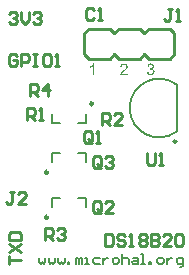
<source format=gto>
G04 Layer_Color=15132400*
%FSLAX25Y25*%
%MOIN*%
G70*
G01*
G75*
%ADD23C,0.00984*%
%ADD24C,0.00787*%
%ADD25C,0.01000*%
%ADD26C,0.00800*%
G36*
X48409Y66000D02*
X47940D01*
Y68999D01*
X47934Y68993D01*
X47911Y68970D01*
X47870Y68941D01*
X47818Y68900D01*
X47754Y68848D01*
X47673Y68796D01*
X47586Y68732D01*
X47487Y68674D01*
X47481D01*
X47476Y68668D01*
X47441Y68645D01*
X47389Y68616D01*
X47325Y68581D01*
X47249Y68540D01*
X47168Y68506D01*
X47081Y68465D01*
X47000Y68430D01*
Y68888D01*
X47006D01*
X47017Y68894D01*
X47041Y68906D01*
X47064Y68923D01*
X47099Y68941D01*
X47139Y68964D01*
X47232Y69016D01*
X47336Y69080D01*
X47452Y69155D01*
X47568Y69242D01*
X47684Y69335D01*
X47690Y69341D01*
X47696Y69347D01*
X47731Y69381D01*
X47783Y69434D01*
X47847Y69497D01*
X47916Y69579D01*
X47986Y69666D01*
X48050Y69758D01*
X48102Y69851D01*
X48409D01*
Y66000D01*
D02*
G37*
G36*
X58433Y69845D02*
X58479Y69840D01*
X58531Y69834D01*
X58589Y69828D01*
X58659Y69811D01*
X58798Y69776D01*
X58943Y69724D01*
X59013Y69689D01*
X59082Y69648D01*
X59152Y69596D01*
X59216Y69544D01*
X59221Y69538D01*
X59227Y69532D01*
X59245Y69515D01*
X59268Y69492D01*
X59291Y69457D01*
X59320Y69422D01*
X59378Y69335D01*
X59436Y69225D01*
X59488Y69091D01*
X59529Y68946D01*
X59535Y68865D01*
X59540Y68784D01*
Y68772D01*
Y68743D01*
X59535Y68697D01*
X59529Y68639D01*
X59517Y68569D01*
X59500Y68494D01*
X59477Y68413D01*
X59442Y68332D01*
X59436Y68320D01*
X59424Y68291D01*
X59401Y68250D01*
X59366Y68192D01*
X59326Y68123D01*
X59274Y68042D01*
X59204Y67955D01*
X59129Y67862D01*
X59117Y67850D01*
X59088Y67815D01*
X59036Y67763D01*
X59001Y67728D01*
X58960Y67688D01*
X58908Y67641D01*
X58856Y67589D01*
X58798Y67537D01*
X58734Y67473D01*
X58659Y67409D01*
X58583Y67340D01*
X58496Y67270D01*
X58404Y67189D01*
X58398Y67183D01*
X58386Y67172D01*
X58363Y67154D01*
X58334Y67131D01*
X58264Y67067D01*
X58177Y66992D01*
X58085Y66911D01*
X57998Y66829D01*
X57916Y66760D01*
X57887Y66731D01*
X57858Y66702D01*
X57853Y66696D01*
X57841Y66679D01*
X57818Y66655D01*
X57789Y66626D01*
X57760Y66586D01*
X57725Y66545D01*
X57661Y66452D01*
X59546D01*
Y66000D01*
X57006D01*
Y66006D01*
Y66029D01*
Y66064D01*
X57012Y66104D01*
X57017Y66151D01*
X57023Y66209D01*
X57041Y66267D01*
X57058Y66325D01*
Y66331D01*
X57064Y66336D01*
X57075Y66371D01*
X57099Y66423D01*
X57133Y66487D01*
X57180Y66563D01*
X57232Y66650D01*
X57296Y66742D01*
X57371Y66835D01*
Y66841D01*
X57383Y66847D01*
X57412Y66882D01*
X57458Y66934D01*
X57528Y67003D01*
X57615Y67085D01*
X57719Y67183D01*
X57847Y67293D01*
X57986Y67415D01*
X57992Y67421D01*
X58015Y67438D01*
X58044Y67462D01*
X58090Y67502D01*
X58137Y67543D01*
X58195Y67595D01*
X58328Y67711D01*
X58467Y67839D01*
X58607Y67972D01*
X58670Y68042D01*
X58734Y68105D01*
X58786Y68169D01*
X58833Y68227D01*
Y68233D01*
X58844Y68239D01*
X58856Y68256D01*
X58868Y68279D01*
X58902Y68337D01*
X58943Y68413D01*
X58984Y68500D01*
X59018Y68593D01*
X59042Y68697D01*
X59053Y68796D01*
Y68801D01*
Y68807D01*
X59047Y68842D01*
X59042Y68894D01*
X59030Y68958D01*
X59001Y69033D01*
X58966Y69109D01*
X58920Y69190D01*
X58850Y69265D01*
X58839Y69271D01*
X58815Y69294D01*
X58769Y69329D01*
X58711Y69364D01*
X58636Y69399D01*
X58543Y69434D01*
X58444Y69457D01*
X58328Y69463D01*
X58293D01*
X58270Y69457D01*
X58212Y69451D01*
X58131Y69439D01*
X58044Y69410D01*
X57951Y69376D01*
X57864Y69323D01*
X57783Y69254D01*
X57777Y69242D01*
X57754Y69213D01*
X57719Y69167D01*
X57684Y69103D01*
X57644Y69022D01*
X57615Y68929D01*
X57592Y68813D01*
X57580Y68685D01*
X57093Y68738D01*
Y68743D01*
Y68761D01*
X57099Y68790D01*
X57104Y68825D01*
X57116Y68871D01*
X57128Y68923D01*
X57157Y69045D01*
X57203Y69178D01*
X57267Y69312D01*
X57307Y69381D01*
X57354Y69445D01*
X57406Y69503D01*
X57464Y69561D01*
X57470Y69567D01*
X57481Y69573D01*
X57499Y69590D01*
X57522Y69608D01*
X57557Y69631D01*
X57597Y69654D01*
X57644Y69677D01*
X57696Y69706D01*
X57754Y69735D01*
X57824Y69758D01*
X57893Y69782D01*
X57969Y69805D01*
X58056Y69822D01*
X58143Y69840D01*
X58241Y69845D01*
X58340Y69851D01*
X58392D01*
X58433Y69845D01*
D02*
G37*
G36*
X67305D02*
X67386Y69834D01*
X67473Y69816D01*
X67572Y69793D01*
X67670Y69758D01*
X67769Y69712D01*
X67775D01*
X67781Y69706D01*
X67815Y69689D01*
X67862Y69660D01*
X67920Y69619D01*
X67984Y69567D01*
X68053Y69503D01*
X68117Y69428D01*
X68175Y69347D01*
X68181Y69335D01*
X68198Y69306D01*
X68221Y69260D01*
X68250Y69196D01*
X68274Y69126D01*
X68297Y69039D01*
X68314Y68952D01*
X68320Y68854D01*
Y68842D01*
Y68813D01*
X68314Y68767D01*
X68303Y68703D01*
X68285Y68633D01*
X68262Y68558D01*
X68227Y68477D01*
X68181Y68395D01*
X68175Y68384D01*
X68158Y68361D01*
X68123Y68326D01*
X68082Y68279D01*
X68024Y68227D01*
X67960Y68175D01*
X67879Y68117D01*
X67786Y68071D01*
X67792D01*
X67804Y68065D01*
X67821D01*
X67844Y68053D01*
X67902Y68036D01*
X67984Y68001D01*
X68065Y67960D01*
X68158Y67902D01*
X68245Y67833D01*
X68320Y67746D01*
X68326Y67734D01*
X68349Y67699D01*
X68378Y67647D01*
X68419Y67578D01*
X68453Y67491D01*
X68482Y67386D01*
X68506Y67264D01*
X68511Y67131D01*
Y67125D01*
Y67108D01*
Y67085D01*
X68506Y67050D01*
X68500Y67003D01*
X68494Y66957D01*
X68482Y66899D01*
X68465Y66841D01*
X68419Y66708D01*
X68390Y66632D01*
X68355Y66563D01*
X68314Y66493D01*
X68262Y66423D01*
X68204Y66354D01*
X68140Y66284D01*
X68134Y66278D01*
X68123Y66267D01*
X68105Y66249D01*
X68076Y66232D01*
X68036Y66203D01*
X67995Y66174D01*
X67943Y66145D01*
X67891Y66110D01*
X67827Y66075D01*
X67757Y66046D01*
X67676Y66017D01*
X67595Y65988D01*
X67508Y65971D01*
X67415Y65954D01*
X67322Y65942D01*
X67218Y65936D01*
X67172D01*
X67137Y65942D01*
X67090Y65948D01*
X67038Y65954D01*
X66986Y65959D01*
X66922Y65977D01*
X66789Y66012D01*
X66650Y66064D01*
X66580Y66099D01*
X66510Y66139D01*
X66441Y66186D01*
X66377Y66238D01*
X66371Y66244D01*
X66365Y66249D01*
X66348Y66267D01*
X66325Y66290D01*
X66302Y66325D01*
X66273Y66360D01*
X66238Y66400D01*
X66209Y66447D01*
X66139Y66563D01*
X66081Y66696D01*
X66029Y66847D01*
X66012Y66934D01*
X66000Y67021D01*
X66470Y67085D01*
Y67079D01*
X66476Y67067D01*
X66481Y67044D01*
X66487Y67021D01*
X66493Y66986D01*
X66505Y66945D01*
X66534Y66858D01*
X66574Y66766D01*
X66621Y66667D01*
X66679Y66574D01*
X66742Y66499D01*
X66754Y66493D01*
X66777Y66470D01*
X66818Y66447D01*
X66876Y66412D01*
X66945Y66383D01*
X67027Y66354D01*
X67114Y66331D01*
X67218Y66325D01*
X67253D01*
X67276Y66331D01*
X67334Y66336D01*
X67415Y66354D01*
X67502Y66383D01*
X67595Y66418D01*
X67694Y66476D01*
X67781Y66551D01*
X67792Y66563D01*
X67815Y66592D01*
X67856Y66644D01*
X67897Y66708D01*
X67937Y66795D01*
X67978Y66887D01*
X68001Y66998D01*
X68013Y67119D01*
Y67125D01*
Y67137D01*
Y67148D01*
X68007Y67172D01*
X68001Y67235D01*
X67984Y67311D01*
X67960Y67392D01*
X67920Y67479D01*
X67868Y67572D01*
X67798Y67653D01*
X67786Y67665D01*
X67757Y67688D01*
X67711Y67723D01*
X67653Y67763D01*
X67572Y67798D01*
X67479Y67833D01*
X67375Y67856D01*
X67259Y67868D01*
X67206D01*
X67166Y67862D01*
X67119Y67856D01*
X67061Y67844D01*
X66998Y67833D01*
X66928Y67815D01*
X66980Y68227D01*
X67009D01*
X67032Y68221D01*
X67108D01*
X67160Y68227D01*
X67235Y68239D01*
X67317Y68262D01*
X67404Y68285D01*
X67496Y68326D01*
X67589Y68378D01*
X67601Y68384D01*
X67630Y68407D01*
X67665Y68448D01*
X67711Y68500D01*
X67757Y68564D01*
X67792Y68645D01*
X67821Y68743D01*
X67833Y68859D01*
Y68865D01*
Y68871D01*
Y68906D01*
X67821Y68952D01*
X67810Y69010D01*
X67786Y69080D01*
X67757Y69149D01*
X67711Y69225D01*
X67653Y69289D01*
X67647Y69294D01*
X67624Y69318D01*
X67583Y69347D01*
X67531Y69376D01*
X67467Y69410D01*
X67392Y69434D01*
X67305Y69457D01*
X67206Y69463D01*
X67160D01*
X67108Y69451D01*
X67044Y69439D01*
X66969Y69422D01*
X66893Y69387D01*
X66818Y69347D01*
X66742Y69289D01*
X66737Y69283D01*
X66713Y69254D01*
X66684Y69213D01*
X66650Y69161D01*
X66609Y69086D01*
X66574Y68999D01*
X66539Y68894D01*
X66516Y68772D01*
X66046Y68854D01*
Y68859D01*
X66052Y68877D01*
X66058Y68900D01*
X66064Y68929D01*
X66075Y68970D01*
X66087Y69016D01*
X66128Y69120D01*
X66180Y69236D01*
X66244Y69358D01*
X66331Y69480D01*
X66435Y69584D01*
X66441Y69590D01*
X66447Y69596D01*
X66464Y69608D01*
X66493Y69625D01*
X66522Y69648D01*
X66557Y69671D01*
X66644Y69718D01*
X66754Y69764D01*
X66887Y69811D01*
X67032Y69840D01*
X67114Y69851D01*
X67247D01*
X67305Y69845D01*
D02*
G37*
D23*
X33012Y18563D02*
G03*
X33012Y18563I-492J0D01*
G01*
Y33563D02*
G03*
X33012Y33563I-492J0D01*
G01*
X75807Y43858D02*
G03*
X75807Y43858I-492J0D01*
G01*
X47972Y56437D02*
G03*
X47972Y56437I-492J0D01*
G01*
D24*
X75906Y62795D02*
G03*
X75906Y47205I-5906J-7795D01*
G01*
X43150Y25059D02*
X45748D01*
Y21850D02*
Y25059D01*
X34252D02*
X36850D01*
X34252Y21850D02*
Y25059D01*
X43150Y40059D02*
X45748D01*
Y36850D02*
Y40059D01*
X34252D02*
X36850D01*
X34252Y36850D02*
Y40059D01*
X75906Y47205D02*
Y62795D01*
X34252Y49941D02*
X36850D01*
X34252D02*
Y53150D01*
X43150Y49941D02*
X45748D01*
Y53150D01*
D25*
X45000Y73000D02*
Y80000D01*
Y73000D02*
X46500Y71500D01*
X53500D01*
X55000Y73000D01*
X56500Y71500D01*
X63500D01*
X65000Y73000D01*
X66500Y71500D01*
X73500D01*
X75000Y73000D01*
X73500Y81500D02*
X75000Y80000D01*
X65000D02*
X66500Y81500D01*
X63500D02*
X65000Y80000D01*
X55000D02*
X56500Y81500D01*
X53500D02*
X55000Y80000D01*
X46500Y81500D02*
X53500D01*
X45000Y80000D02*
X46500Y81500D01*
X66500D02*
X73500D01*
X56500D02*
X63500D01*
X66500D02*
X73500D01*
X56500D02*
X63500D01*
X75000Y73000D02*
Y80000D01*
X48166Y87832D02*
X47499Y88499D01*
X46166D01*
X45500Y87832D01*
Y85166D01*
X46166Y84500D01*
X47499D01*
X48166Y85166D01*
X49499Y84500D02*
X50832D01*
X50165D01*
Y88499D01*
X49499Y87832D01*
X74166Y87999D02*
X72833D01*
X73499D01*
Y84666D01*
X72833Y84000D01*
X72166D01*
X71500Y84666D01*
X75499Y84000D02*
X76832D01*
X76165D01*
Y87999D01*
X75499Y87332D01*
X21666Y26999D02*
X20333D01*
X20999D01*
Y23666D01*
X20333Y23000D01*
X19667D01*
X19000Y23666D01*
X25664Y23000D02*
X22999D01*
X25664Y25666D01*
Y26332D01*
X24998Y26999D01*
X23665D01*
X22999Y26332D01*
X47666Y44166D02*
Y46832D01*
X46999Y47499D01*
X45666D01*
X45000Y46832D01*
Y44166D01*
X45666Y43500D01*
X46999D01*
X46333Y44833D02*
X47666Y43500D01*
X46999D02*
X47666Y44166D01*
X48999Y43500D02*
X50332D01*
X49665D01*
Y47499D01*
X48999Y46832D01*
X50666Y20666D02*
Y23332D01*
X49999Y23999D01*
X48666D01*
X48000Y23332D01*
Y20666D01*
X48666Y20000D01*
X49999D01*
X49333Y21333D02*
X50666Y20000D01*
X49999D02*
X50666Y20666D01*
X54664Y20000D02*
X51999D01*
X54664Y22666D01*
Y23332D01*
X53998Y23999D01*
X52665D01*
X51999Y23332D01*
X50666Y35666D02*
Y38332D01*
X49999Y38999D01*
X48666D01*
X48000Y38332D01*
Y35666D01*
X48666Y35000D01*
X49999D01*
X49333Y36333D02*
X50666Y35000D01*
X49999D02*
X50666Y35666D01*
X51999Y38332D02*
X52665Y38999D01*
X53998D01*
X54664Y38332D01*
Y37666D01*
X53998Y36999D01*
X53332D01*
X53998D01*
X54664Y36333D01*
Y35666D01*
X53998Y35000D01*
X52665D01*
X51999Y35666D01*
X26000Y51000D02*
Y54999D01*
X27999D01*
X28666Y54332D01*
Y52999D01*
X27999Y52333D01*
X26000D01*
X27333D02*
X28666Y51000D01*
X29999D02*
X31332D01*
X30665D01*
Y54999D01*
X29999Y54332D01*
X51000Y49500D02*
Y53499D01*
X52999D01*
X53666Y52832D01*
Y51499D01*
X52999Y50833D01*
X51000D01*
X52333D02*
X53666Y49500D01*
X57665D02*
X54999D01*
X57665Y52166D01*
Y52832D01*
X56998Y53499D01*
X55665D01*
X54999Y52832D01*
X32000Y11000D02*
Y14999D01*
X33999D01*
X34666Y14332D01*
Y12999D01*
X33999Y12333D01*
X32000D01*
X33333D02*
X34666Y11000D01*
X35999Y14332D02*
X36665Y14999D01*
X37998D01*
X38664Y14332D01*
Y13666D01*
X37998Y12999D01*
X37332D01*
X37998D01*
X38664Y12333D01*
Y11666D01*
X37998Y11000D01*
X36665D01*
X35999Y11666D01*
X66000Y39999D02*
Y36666D01*
X66666Y36000D01*
X67999D01*
X68666Y36666D01*
Y39999D01*
X69999Y36000D02*
X71332D01*
X70665D01*
Y39999D01*
X69999Y39332D01*
X27000Y59000D02*
Y62999D01*
X28999D01*
X29666Y62332D01*
Y60999D01*
X28999Y60333D01*
X27000D01*
X28333D02*
X29666Y59000D01*
X32998D02*
Y62999D01*
X30999Y60999D01*
X33665D01*
X20001Y3000D02*
Y5666D01*
Y4333D01*
X24000D01*
X20001Y6999D02*
X24000Y9664D01*
X20001D02*
X24000Y6999D01*
X20001Y10997D02*
X24000D01*
Y12997D01*
X23334Y13663D01*
X20668D01*
X20001Y12997D01*
Y10997D01*
X20000Y86332D02*
X20666Y86999D01*
X21999D01*
X22666Y86332D01*
Y85666D01*
X21999Y84999D01*
X21333D01*
X21999D01*
X22666Y84333D01*
Y83666D01*
X21999Y83000D01*
X20666D01*
X20000Y83666D01*
X23999Y86999D02*
Y84333D01*
X25332Y83000D01*
X26665Y84333D01*
Y86999D01*
X27997Y86332D02*
X28664Y86999D01*
X29997D01*
X30663Y86332D01*
Y85666D01*
X29997Y84999D01*
X29330D01*
X29997D01*
X30663Y84333D01*
Y83666D01*
X29997Y83000D01*
X28664D01*
X27997Y83666D01*
X22666Y72332D02*
X21999Y72999D01*
X20666D01*
X20000Y72332D01*
Y69666D01*
X20666Y69000D01*
X21999D01*
X22666Y69666D01*
Y70999D01*
X21333D01*
X23999Y69000D02*
Y72999D01*
X25998D01*
X26665Y72332D01*
Y70999D01*
X25998Y70333D01*
X23999D01*
X27997Y72999D02*
X29330D01*
X28664D01*
Y69000D01*
X27997D01*
X29330D01*
X33329Y72999D02*
X31996D01*
X31330Y72332D01*
Y69666D01*
X31996Y69000D01*
X33329D01*
X33996Y69666D01*
Y72332D01*
X33329Y72999D01*
X35328Y69000D02*
X36661D01*
X35995D01*
Y72999D01*
X35328Y72332D01*
X52000Y12999D02*
Y9000D01*
X53999D01*
X54666Y9667D01*
Y12332D01*
X53999Y12999D01*
X52000D01*
X58665Y12332D02*
X57998Y12999D01*
X56665D01*
X55999Y12332D01*
Y11666D01*
X56665Y10999D01*
X57998D01*
X58665Y10333D01*
Y9667D01*
X57998Y9000D01*
X56665D01*
X55999Y9667D01*
X59997Y9000D02*
X61330D01*
X60664D01*
Y12999D01*
X59997Y12332D01*
X63330D02*
X63996Y12999D01*
X65329D01*
X65996Y12332D01*
Y11666D01*
X65329Y10999D01*
X65996Y10333D01*
Y9667D01*
X65329Y9000D01*
X63996D01*
X63330Y9667D01*
Y10333D01*
X63996Y10999D01*
X63330Y11666D01*
Y12332D01*
X63996Y10999D02*
X65329D01*
X67328Y12999D02*
Y9000D01*
X69328D01*
X69994Y9667D01*
Y10333D01*
X69328Y10999D01*
X67328D01*
X69328D01*
X69994Y11666D01*
Y12332D01*
X69328Y12999D01*
X67328D01*
X73993Y9000D02*
X71327D01*
X73993Y11666D01*
Y12332D01*
X73326Y12999D01*
X71994D01*
X71327Y12332D01*
X75326D02*
X75992Y12999D01*
X77325D01*
X77992Y12332D01*
Y9667D01*
X77325Y9000D01*
X75992D01*
X75326Y9667D01*
Y12332D01*
D26*
X30000Y5133D02*
Y3533D01*
X30533Y3000D01*
X31066Y3533D01*
X31600Y3000D01*
X32133Y3533D01*
Y5133D01*
X33199D02*
Y3533D01*
X33732Y3000D01*
X34265Y3533D01*
X34798Y3000D01*
X35332Y3533D01*
Y5133D01*
X36398D02*
Y3533D01*
X36931Y3000D01*
X37464Y3533D01*
X37997Y3000D01*
X38531Y3533D01*
Y5133D01*
X39597Y3000D02*
Y3533D01*
X40130D01*
Y3000D01*
X39597D01*
X42263D02*
Y5133D01*
X42796D01*
X43329Y4600D01*
Y3000D01*
Y4600D01*
X43862Y5133D01*
X44395Y4600D01*
Y3000D01*
X45462D02*
X46528D01*
X45995D01*
Y5133D01*
X45462D01*
X50260D02*
X48661D01*
X48127Y4600D01*
Y3533D01*
X48661Y3000D01*
X50260D01*
X51326Y5133D02*
Y3000D01*
Y4066D01*
X51860Y4600D01*
X52393Y5133D01*
X52926D01*
X55059Y3000D02*
X56125D01*
X56658Y3533D01*
Y4600D01*
X56125Y5133D01*
X55059D01*
X54525Y4600D01*
Y3533D01*
X55059Y3000D01*
X57724Y6199D02*
Y3000D01*
Y4600D01*
X58258Y5133D01*
X59324D01*
X59857Y4600D01*
Y3000D01*
X61457Y5133D02*
X62523D01*
X63056Y4600D01*
Y3000D01*
X61457D01*
X60923Y3533D01*
X61457Y4066D01*
X63056D01*
X64122Y3000D02*
X65189D01*
X64656D01*
Y6199D01*
X64122D01*
X66788Y3000D02*
Y3533D01*
X67321D01*
Y3000D01*
X66788D01*
X69987D02*
X71053D01*
X71587Y3533D01*
Y4600D01*
X71053Y5133D01*
X69987D01*
X69454Y4600D01*
Y3533D01*
X69987Y3000D01*
X72653Y5133D02*
Y3000D01*
Y4066D01*
X73186Y4600D01*
X73719Y5133D01*
X74252D01*
X76918Y1934D02*
X77451D01*
X77984Y2467D01*
Y5133D01*
X76385D01*
X75852Y4600D01*
Y3533D01*
X76385Y3000D01*
X77984D01*
M02*

</source>
